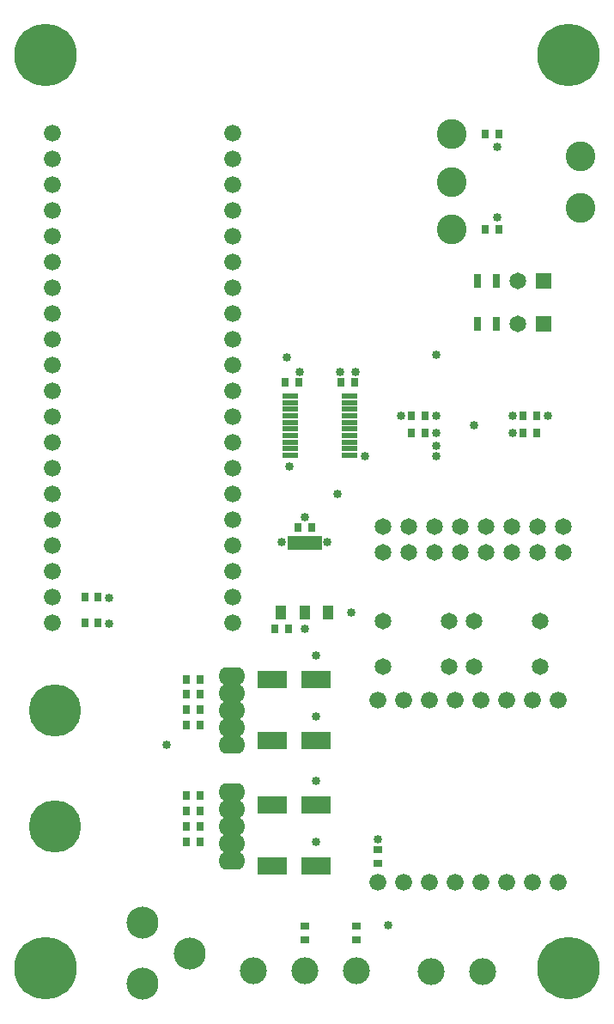
<source format=gbr>
%TF.GenerationSoftware,Altium Limited,Altium Designer,25.2.1 (25)*%
G04 Layer_Color=16711935*
%FSLAX43Y43*%
%MOMM*%
%TF.SameCoordinates,F457C3C9-6880-4064-B818-50B76E06CF19*%
%TF.FilePolarity,Negative*%
%TF.FileFunction,Soldermask,Bot*%
%TF.Part,Single*%
G01*
G75*
%TA.AperFunction,ComponentPad*%
%ADD43C,2.650*%
%ADD44C,5.150*%
%ADD45O,2.650X1.750*%
%ADD46C,1.650*%
%ADD47C,3.150*%
%ADD48C,1.674*%
%ADD49C,6.150*%
%ADD50R,1.650X1.650*%
%ADD51C,2.925*%
%TA.AperFunction,ViaPad*%
%ADD52C,0.850*%
%TA.AperFunction,SMDPad,CuDef*%
%ADD53R,0.800X0.850*%
%ADD54R,0.850X0.800*%
%ADD55R,2.950X1.750*%
%ADD56R,1.625X0.600*%
%ADD57R,3.350X1.400*%
%ADD58R,1.100X1.400*%
%ADD59R,0.750X1.400*%
D43*
X47580Y4200D02*
D03*
X42500D02*
D03*
X24920Y4300D02*
D03*
X30000D02*
D03*
X35080D02*
D03*
D44*
X5438Y18500D02*
D03*
Y29900D02*
D03*
D45*
X22812Y15100D02*
D03*
Y16800D02*
D03*
Y20200D02*
D03*
Y21900D02*
D03*
Y18500D02*
D03*
Y26500D02*
D03*
Y28200D02*
D03*
Y31600D02*
D03*
Y33300D02*
D03*
Y29900D02*
D03*
D46*
X52990Y45500D02*
D03*
X55530D02*
D03*
X47910Y45500D02*
D03*
X50450D02*
D03*
X42830D02*
D03*
X45370D02*
D03*
X37750D02*
D03*
X40290D02*
D03*
X47910Y48040D02*
D03*
X45370Y48040D02*
D03*
X42830Y48040D02*
D03*
X40290D02*
D03*
X37750D02*
D03*
X50450Y48040D02*
D03*
X55530D02*
D03*
X52990D02*
D03*
X51000Y68000D02*
D03*
X53250Y34250D02*
D03*
X46750D02*
D03*
X53250Y38750D02*
D03*
X46750D02*
D03*
X37750D02*
D03*
X44250D02*
D03*
X37750Y34250D02*
D03*
X44250D02*
D03*
X51000Y72250D02*
D03*
D47*
X14000Y3000D02*
D03*
Y9000D02*
D03*
X18700Y6000D02*
D03*
D48*
X37220Y30980D02*
D03*
X39760D02*
D03*
X42300D02*
D03*
X44840D02*
D03*
X47380D02*
D03*
X49920D02*
D03*
X52460D02*
D03*
X55000D02*
D03*
X37220Y13000D02*
D03*
X39760D02*
D03*
X42300D02*
D03*
X44840D02*
D03*
X47380D02*
D03*
X49920D02*
D03*
X52460D02*
D03*
X55000D02*
D03*
X22890Y38590D02*
D03*
Y41130D02*
D03*
Y43670D02*
D03*
Y46210D02*
D03*
Y48750D02*
D03*
Y51290D02*
D03*
Y53830D02*
D03*
Y56370D02*
D03*
Y58910D02*
D03*
Y61450D02*
D03*
Y63990D02*
D03*
Y66530D02*
D03*
Y69070D02*
D03*
Y71610D02*
D03*
Y74150D02*
D03*
Y76690D02*
D03*
Y79230D02*
D03*
Y81770D02*
D03*
Y84310D02*
D03*
Y86850D02*
D03*
X5110D02*
D03*
Y84310D02*
D03*
Y81770D02*
D03*
Y79230D02*
D03*
Y76690D02*
D03*
Y74150D02*
D03*
Y71610D02*
D03*
Y69070D02*
D03*
Y66530D02*
D03*
Y63990D02*
D03*
Y61450D02*
D03*
Y58910D02*
D03*
Y56370D02*
D03*
Y53830D02*
D03*
Y51290D02*
D03*
Y48750D02*
D03*
Y46210D02*
D03*
Y43670D02*
D03*
Y41130D02*
D03*
Y38590D02*
D03*
D49*
X4500Y94500D02*
D03*
X56000D02*
D03*
X4500Y4500D02*
D03*
X56000D02*
D03*
D50*
X53540Y68000D02*
D03*
Y72250D02*
D03*
D51*
X57200Y79460D02*
D03*
Y84540D02*
D03*
X44500Y77300D02*
D03*
Y82000D02*
D03*
Y86700D02*
D03*
D52*
X49000Y85500D02*
D03*
Y78500D02*
D03*
X43000Y65000D02*
D03*
X31150Y29350D02*
D03*
Y35350D02*
D03*
Y16950D02*
D03*
Y22950D02*
D03*
X28250Y64750D02*
D03*
X35000Y63250D02*
D03*
X36000Y55000D02*
D03*
X30000Y49000D02*
D03*
X32250Y46500D02*
D03*
X27750D02*
D03*
X33250Y51250D02*
D03*
X33500Y63250D02*
D03*
X29500D02*
D03*
X28500Y54000D02*
D03*
X10750Y41000D02*
D03*
Y38500D02*
D03*
X38250Y8750D02*
D03*
X37250Y17250D02*
D03*
X46750Y58000D02*
D03*
X54000Y59000D02*
D03*
X39500D02*
D03*
X43000Y55000D02*
D03*
Y56000D02*
D03*
X50500Y59000D02*
D03*
X43000D02*
D03*
Y57250D02*
D03*
X50500D02*
D03*
X16438Y26500D02*
D03*
X30000Y38000D02*
D03*
X34650Y39600D02*
D03*
D53*
X34925Y62250D02*
D03*
X33575D02*
D03*
X51575Y57250D02*
D03*
X52925D02*
D03*
X51575Y59000D02*
D03*
X52925D02*
D03*
X9675Y38590D02*
D03*
X8325D02*
D03*
X9675Y41130D02*
D03*
X8325D02*
D03*
X49175Y77300D02*
D03*
X47825D02*
D03*
X49175Y86700D02*
D03*
X47825D02*
D03*
X41925Y59000D02*
D03*
X40575D02*
D03*
X28075Y62250D02*
D03*
X29425D02*
D03*
X41925Y57250D02*
D03*
X40575D02*
D03*
X18325Y33000D02*
D03*
X19675D02*
D03*
X18325Y21500D02*
D03*
X19675D02*
D03*
X18325Y20000D02*
D03*
X19675D02*
D03*
X18325Y31500D02*
D03*
X19675D02*
D03*
Y17000D02*
D03*
X18325D02*
D03*
X19675Y18500D02*
D03*
X18325D02*
D03*
X19675Y28500D02*
D03*
X18325D02*
D03*
X19675Y30000D02*
D03*
X18325D02*
D03*
X29325Y48000D02*
D03*
X30675D02*
D03*
X27075Y38000D02*
D03*
X28425D02*
D03*
D54*
X30000Y8675D02*
D03*
Y7325D02*
D03*
X35080Y8675D02*
D03*
Y7325D02*
D03*
X37250Y14825D02*
D03*
Y16175D02*
D03*
D55*
X26850Y14600D02*
D03*
X31150D02*
D03*
X26850Y27000D02*
D03*
X31150D02*
D03*
X26850Y33000D02*
D03*
X31150D02*
D03*
Y20600D02*
D03*
X26850D02*
D03*
D56*
X28562Y60925D02*
D03*
Y60275D02*
D03*
Y59625D02*
D03*
Y58975D02*
D03*
Y58325D02*
D03*
Y57675D02*
D03*
Y57025D02*
D03*
Y56375D02*
D03*
Y55725D02*
D03*
Y55075D02*
D03*
X34438D02*
D03*
Y55725D02*
D03*
Y56375D02*
D03*
Y57025D02*
D03*
Y57675D02*
D03*
Y58325D02*
D03*
Y58975D02*
D03*
Y59625D02*
D03*
Y60275D02*
D03*
Y60925D02*
D03*
D57*
X30000Y46400D02*
D03*
D58*
X27700Y39600D02*
D03*
X30000D02*
D03*
X32300D02*
D03*
D59*
X47100Y72250D02*
D03*
X48900D02*
D03*
Y68000D02*
D03*
X47100D02*
D03*
%TF.MD5,c938805a5b33af44598fc15b3498c7f1*%
M02*

</source>
